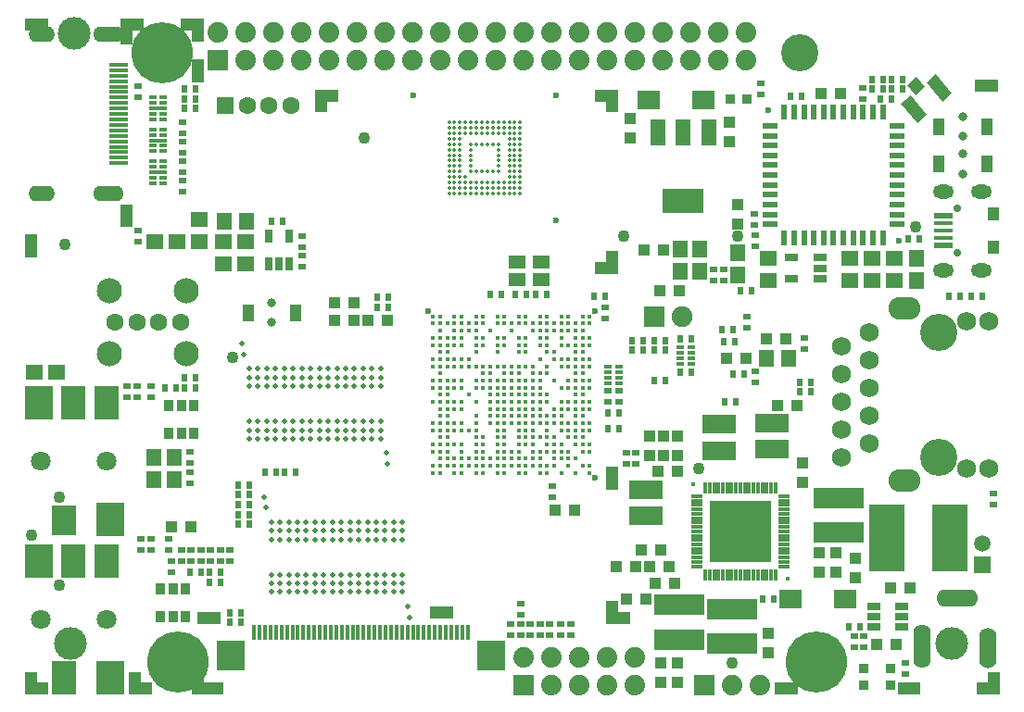
<source format=gbr>
%TF.GenerationSoftware,KiCad,Pcbnew,5.1.4-e60b266~84~ubuntu18.04.1*%
%TF.CreationDate,2025-05-23T09:22:49+03:00*%
%TF.ProjectId,A64-OlinuXino_Rev_H,4136342d-4f6c-4696-9e75-58696e6f5f52,H*%
%TF.SameCoordinates,PX5f5e100PY5f5e100*%
%TF.FileFunction,Soldermask,Top*%
%TF.FilePolarity,Negative*%
%FSLAX46Y46*%
G04 Gerber Fmt 4.6, Leading zero omitted, Abs format (unit mm)*
G04 Created by KiCad (PCBNEW 5.1.4-e60b266~84~ubuntu18.04.1) date 2025-05-23 09:22:49*
%MOMM*%
%LPD*%
G04 APERTURE LIST*
%ADD10C,0.100000*%
%ADD11O,1.901600X1.301600*%
%ADD12R,1.101600X1.201600*%
%ADD13C,0.701600*%
%ADD14R,1.751600X0.601600*%
%ADD15R,1.751600X0.426600*%
%ADD16O,2.401600X1.401600*%
%ADD17R,1.701600X0.351600*%
%ADD18O,2.801600X1.401600*%
%ADD19R,1.501600X1.301600*%
%ADD20C,3.000000*%
%ADD21C,0.600000*%
%ADD22R,1.400000X0.600000*%
%ADD23R,0.600000X1.400000*%
%ADD24R,0.601600X0.651600*%
%ADD25C,3.401600*%
%ADD26O,2.901600X2.101600*%
%ADD27C,1.751600*%
%ADD28C,0.500000*%
%ADD29R,1.001600X1.601600*%
%ADD30C,0.801600*%
%ADD31C,0.350000*%
%ADD32C,1.879600*%
%ADD33R,1.879600X1.879600*%
%ADD34R,2.601600X3.101600*%
%ADD35R,2.201600X3.101600*%
%ADD36R,2.201600X2.801600*%
%ADD37C,1.801600*%
%ADD38C,5.601600*%
%ADD39C,0.400000*%
%ADD40R,0.651600X0.601600*%
%ADD41C,1.601600*%
%ADD42C,2.301600*%
%ADD43R,1.601600X1.601600*%
%ADD44R,3.701600X2.301600*%
%ADD45R,1.320800X2.336800*%
%ADD46R,0.726600X0.426600*%
%ADD47R,0.726600X0.351600*%
%ADD48R,1.301600X0.651600*%
%ADD49R,3.301600X6.101600*%
%ADD50C,1.101600*%
%ADD51R,0.901600X0.901600*%
%ADD52R,2.501600X2.701600*%
%ADD53R,0.351600X1.401600*%
%ADD54C,0.401600*%
%ADD55R,0.301600X1.001600*%
%ADD56R,1.001600X0.301600*%
%ADD57R,5.601600X5.601600*%
%ADD58R,1.524000X1.524000*%
%ADD59R,0.501600X0.501600*%
%ADD60R,3.101600X1.701600*%
%ADD61R,4.601600X1.851600*%
%ADD62R,1.117600X1.117600*%
%ADD63R,1.625600X1.371600*%
%ADD64R,1.371600X1.625600*%
%ADD65R,2.101600X1.801600*%
%ADD66R,0.651600X1.301600*%
%ADD67R,1.501600X1.501600*%
%ADD68C,1.501600*%
%ADD69C,1.901600*%
%ADD70R,1.901600X1.901600*%
%ADD71O,3.801600X1.601600*%
%ADD72O,1.601600X3.701600*%
%ADD73O,1.601600X4.001600*%
%ADD74R,0.863600X1.117600*%
%ADD75R,0.776600X0.301600*%
%ADD76R,0.876600X0.401600*%
%ADD77C,1.151600*%
G04 APERTURE END LIST*
D10*
G36*
X89325000Y55677000D02*
G01*
X87325000Y55677000D01*
X87325000Y56677000D01*
X89325000Y56677000D01*
X89325000Y55677000D01*
G37*
X89325000Y55677000D02*
X87325000Y55677000D01*
X87325000Y56677000D01*
X89325000Y56677000D01*
X89325000Y55677000D01*
G36*
X1500000Y40500000D02*
G01*
X500000Y40499999D01*
X500000Y42500000D01*
X1500000Y42500000D01*
X1500000Y40500000D01*
G37*
X1500000Y40500000D02*
X500000Y40499999D01*
X500000Y42500000D01*
X1500000Y42500000D01*
X1500000Y40500000D01*
G36*
X1500000Y500000D02*
G01*
X500000Y499999D01*
X500000Y2500000D01*
X1500000Y2500000D01*
X1500000Y500000D01*
G37*
X1500000Y500000D02*
X500000Y499999D01*
X500000Y2500000D01*
X1500000Y2500000D01*
X1500000Y500000D01*
G36*
X18250001Y7000000D02*
G01*
X16250000Y7000000D01*
X16249999Y8000000D01*
X18250000Y8000000D01*
X18250001Y7000000D01*
G37*
X18250001Y7000000D02*
X16250000Y7000000D01*
X16249999Y8000000D01*
X18250000Y8000000D01*
X18250001Y7000000D01*
G36*
X54600000Y6999999D02*
G01*
X53600000Y7000000D01*
X53600000Y9000000D01*
X54600000Y9000000D01*
X54600000Y6999999D01*
G37*
X54600000Y6999999D02*
X53600000Y7000000D01*
X53600000Y9000000D01*
X54600000Y9000000D01*
X54600000Y6999999D01*
G36*
X54600000Y19249999D02*
G01*
X53600000Y19250000D01*
X53600000Y21250000D01*
X54600000Y21250000D01*
X54600000Y19249999D01*
G37*
X54600000Y19249999D02*
X53600000Y19250000D01*
X53600000Y21250000D01*
X54600000Y21250000D01*
X54600000Y19249999D01*
G36*
X54600000Y53749999D02*
G01*
X53600000Y53750000D01*
X53600000Y55750000D01*
X54600000Y55750000D01*
X54600000Y53749999D01*
G37*
X54600000Y53749999D02*
X53600000Y53750000D01*
X53600000Y55750000D01*
X54600000Y55750000D01*
X54600000Y53749999D01*
G36*
X54600000Y38999999D02*
G01*
X53600000Y39000000D01*
X53600000Y41000000D01*
X54600000Y41000000D01*
X54600000Y38999999D01*
G37*
X54600000Y38999999D02*
X53600000Y39000000D01*
X53600000Y41000000D01*
X54600000Y41000000D01*
X54600000Y38999999D01*
G36*
X54600000Y39000000D02*
G01*
X52600000Y39000000D01*
X52600000Y40000000D01*
X54600000Y40000000D01*
X54600000Y39000000D01*
G37*
X54600000Y39000000D02*
X52600000Y39000000D01*
X52600000Y40000000D01*
X54600000Y40000000D01*
X54600000Y39000000D01*
G36*
X39500001Y7500000D02*
G01*
X37500000Y7500000D01*
X37499999Y8500000D01*
X39500000Y8500000D01*
X39500001Y7500000D01*
G37*
X39500001Y7500000D02*
X37500000Y7500000D01*
X37499999Y8500000D01*
X39500000Y8500000D01*
X39500001Y7500000D01*
G36*
X55750000Y7000000D02*
G01*
X53749999Y7000000D01*
X53749998Y8000000D01*
X55749999Y8000000D01*
X55750000Y7000000D01*
G37*
X55750000Y7000000D02*
X53749999Y7000000D01*
X53749998Y8000000D01*
X55749999Y8000000D01*
X55750000Y7000000D01*
G36*
X16750000Y500000D02*
G01*
X15750000Y499999D01*
X15750000Y2500000D01*
X16750000Y2500000D01*
X16750000Y500000D01*
G37*
X16750000Y500000D02*
X15750000Y499999D01*
X15750000Y2500000D01*
X16750000Y2500000D01*
X16750000Y500000D01*
G36*
X18500000Y500000D02*
G01*
X16499999Y500000D01*
X16499999Y1500000D01*
X18499999Y1500000D01*
X18500000Y500000D01*
G37*
X18500000Y500000D02*
X16499999Y500000D01*
X16499999Y1500000D01*
X18499999Y1500000D01*
X18500000Y500000D01*
G36*
X29000000Y54750000D02*
G01*
X27000000Y54750000D01*
X27000000Y55750000D01*
X29000000Y55750000D01*
X29000000Y54750000D01*
G37*
X29000000Y54750000D02*
X27000000Y54750000D01*
X27000000Y55750000D01*
X29000000Y55750000D01*
X29000000Y54750000D01*
G36*
X54600000Y54750000D02*
G01*
X52600000Y54750000D01*
X52600000Y55750000D01*
X54600000Y55750000D01*
X54600000Y54750000D01*
G37*
X54600000Y54750000D02*
X52600000Y54750000D01*
X52600000Y55750000D01*
X54600000Y55750000D01*
X54600000Y54750000D01*
G36*
X28000000Y55750000D02*
G01*
X28000000Y53750000D01*
X27000000Y53750000D01*
X27000000Y55750001D01*
X28000000Y55750000D01*
G37*
X28000000Y55750000D02*
X28000000Y53750000D01*
X27000000Y53750000D01*
X27000000Y55750001D01*
X28000000Y55750000D01*
G36*
X16750000Y56500000D02*
G01*
X15750000Y56499999D01*
X15750000Y58500000D01*
X16750000Y58500000D01*
X16750000Y56500000D01*
G37*
X16750000Y56500000D02*
X15750000Y56499999D01*
X15750000Y58500000D01*
X16750000Y58500000D01*
X16750000Y56500000D01*
G36*
X16750000Y60250000D02*
G01*
X15750000Y60249999D01*
X15750000Y62250000D01*
X16750000Y62250000D01*
X16750000Y60250000D01*
G37*
X16750000Y60250000D02*
X15750000Y60249999D01*
X15750000Y62250000D01*
X16750000Y62250000D01*
X16750000Y60250000D01*
G36*
X2500000Y61250000D02*
G01*
X500000Y61250000D01*
X500000Y62250000D01*
X2500000Y62250000D01*
X2500000Y61250000D01*
G37*
X2500000Y61250000D02*
X500000Y61250000D01*
X500000Y62250000D01*
X2500000Y62250000D01*
X2500000Y61250000D01*
G36*
X2500000Y500000D02*
G01*
X499999Y500000D01*
X499999Y1500000D01*
X2499999Y1500000D01*
X2500000Y500000D01*
G37*
X2500000Y500000D02*
X499999Y500000D01*
X499999Y1500000D01*
X2499999Y1500000D01*
X2500000Y500000D01*
G36*
X89500000Y500000D02*
G01*
X88500000Y499999D01*
X88500000Y2500000D01*
X89500000Y2500000D01*
X89500000Y500000D01*
G37*
X89500000Y500000D02*
X88500000Y499999D01*
X88500000Y2500000D01*
X89500000Y2500000D01*
X89500000Y500000D01*
G36*
X89500000Y500000D02*
G01*
X87500000Y500000D01*
X87500000Y1500000D01*
X89500000Y1500000D01*
X89500000Y500000D01*
G37*
X89500000Y500000D02*
X87500000Y500000D01*
X87500000Y1500000D01*
X89500000Y1500000D01*
X89500000Y500000D01*
G36*
X82250000Y500000D02*
G01*
X80250000Y500000D01*
X80250000Y1500000D01*
X82250000Y1500000D01*
X82250000Y500000D01*
G37*
X82250000Y500000D02*
X80250000Y500000D01*
X80250000Y1500000D01*
X82250000Y1500000D01*
X82250000Y500000D01*
G36*
X71000000Y500000D02*
G01*
X69000000Y500000D01*
X69000000Y1500000D01*
X71000000Y1500000D01*
X71000000Y500000D01*
G37*
X71000000Y500000D02*
X69000000Y500000D01*
X69000000Y1500000D01*
X71000000Y1500000D01*
X71000000Y500000D01*
G36*
X16750000Y61250000D02*
G01*
X14750000Y61250000D01*
X14750000Y62250000D01*
X16750000Y62250000D01*
X16750000Y61250000D01*
G37*
X16750000Y61250000D02*
X14750000Y61250000D01*
X14750000Y62250000D01*
X16750000Y62250000D01*
X16750000Y61250000D01*
G36*
X11250000Y61250000D02*
G01*
X9249999Y61250000D01*
X9249999Y62250000D01*
X11250000Y62250000D01*
X11250000Y61250000D01*
G37*
X11250000Y61250000D02*
X9249999Y61250000D01*
X9249999Y62250000D01*
X11250000Y62250000D01*
X11250000Y61250000D01*
G36*
X12000001Y500000D02*
G01*
X10000000Y500000D01*
X10000000Y1500000D01*
X12000000Y1500000D01*
X12000001Y500000D01*
G37*
X12000001Y500000D02*
X10000000Y500000D01*
X10000000Y1500000D01*
X12000000Y1500000D01*
X12000001Y500000D01*
G36*
X11000000Y500000D02*
G01*
X10000000Y499999D01*
X10000000Y2500000D01*
X11000000Y2500000D01*
X11000000Y500000D01*
G37*
X11000000Y500000D02*
X10000000Y499999D01*
X10000000Y2500000D01*
X11000000Y2500000D01*
X11000000Y500000D01*
G36*
X10250000Y43250000D02*
G01*
X9250000Y43249999D01*
X9250000Y45250000D01*
X10250000Y45250000D01*
X10250000Y43250000D01*
G37*
X10250000Y43250000D02*
X9250000Y43249999D01*
X9250000Y45250000D01*
X10250000Y45250000D01*
X10250000Y43250000D01*
G36*
X10250000Y60000000D02*
G01*
X9250000Y59999999D01*
X9250000Y62000000D01*
X10250000Y62000000D01*
X10250000Y60000000D01*
G37*
X10250000Y60000000D02*
X9250000Y59999999D01*
X9250000Y62000000D01*
X10250000Y62000000D01*
X10250000Y60000000D01*
D11*
%TO.C,USB-OTG1*%
X87842000Y46450000D03*
X84372000Y46450000D03*
X84372000Y39250000D03*
X87842000Y39250000D03*
D12*
X88992000Y44350000D03*
X88992000Y41350000D03*
D13*
X85692000Y44850000D03*
X85692000Y40850000D03*
D14*
X84442000Y44237500D03*
D15*
X84442000Y43500000D03*
X84442000Y42850000D03*
X84442000Y42200000D03*
D14*
X84442000Y41462500D03*
%TD*%
D16*
%TO.C,HDMI1*%
X2055000Y60818000D03*
D17*
X9055000Y58018000D03*
X9055000Y57518000D03*
X9055000Y57018000D03*
X9055000Y56518000D03*
X9055000Y56018000D03*
X9055000Y55518000D03*
X9055000Y55018000D03*
X9055000Y54518000D03*
X9055000Y54018000D03*
X9055000Y53518000D03*
X9055000Y53018000D03*
X9055000Y52518000D03*
X9055000Y52018000D03*
X9055000Y51518000D03*
X9055000Y51018000D03*
X9055000Y50518000D03*
X9055000Y50018000D03*
X9055000Y49518000D03*
X9055000Y49018000D03*
D16*
X2055000Y46218000D03*
D18*
X8105000Y46218000D03*
X8105000Y60818000D03*
%TD*%
D19*
%TO.C,Q3*%
X47658000Y38367000D03*
X45458000Y39967000D03*
X45458000Y38367000D03*
X47658000Y39967000D03*
%TD*%
D20*
%TO.C,FID3*%
X85166000Y5131000D03*
%TD*%
%TO.C,FID1*%
X5029000Y60884000D03*
%TD*%
%TO.C,FID2*%
X4648000Y5131000D03*
%TD*%
D21*
%TO.C,U11*%
X68402000Y53899000D03*
D22*
X80146000Y52430000D03*
X80146000Y51530000D03*
X80146000Y50630000D03*
X80146000Y49730000D03*
X80146000Y48830000D03*
X80146000Y47930000D03*
X80146000Y47030000D03*
X80146000Y46130000D03*
X80146000Y45230000D03*
X80146000Y44330000D03*
X80146000Y43430000D03*
D23*
X78871000Y42155000D03*
X77971000Y42155000D03*
X77071000Y42155000D03*
X76171000Y42155000D03*
X75271000Y42155000D03*
X74371000Y42155000D03*
X73471000Y42155000D03*
X72571000Y42155000D03*
X71671000Y42155000D03*
X70771000Y42155000D03*
X69871000Y42155000D03*
D22*
X68596000Y43430000D03*
X68596000Y44330000D03*
X68596000Y45230000D03*
X68596000Y46130000D03*
X68596000Y47030000D03*
X68596000Y47930000D03*
X68596000Y48830000D03*
X68596000Y49730000D03*
X68596000Y50630000D03*
X68596000Y51530000D03*
X68596000Y52430000D03*
D23*
X69871000Y53705000D03*
X70771000Y53705000D03*
X71671000Y53705000D03*
X72571000Y53705000D03*
X73471000Y53705000D03*
X74371000Y53705000D03*
X75271000Y53705000D03*
X76171000Y53705000D03*
X77071000Y53705000D03*
X77971000Y53705000D03*
X78871000Y53705000D03*
D21*
X80340000Y41961000D03*
%TD*%
D24*
%TO.C,C106*%
X79705000Y54915000D03*
X78689000Y54915000D03*
%TD*%
%TO.C,L10*%
X78943000Y55804000D03*
X77927000Y55804000D03*
%TD*%
D25*
%TO.C,LAN1*%
X84023000Y22149000D03*
X84023000Y33579000D03*
D26*
X80823000Y19964000D03*
X80823000Y35764000D03*
D27*
X88595000Y21133000D03*
X86563000Y21133000D03*
X88595000Y34595000D03*
X86563000Y34595000D03*
X75133000Y22149000D03*
X77673000Y23419000D03*
X75133000Y24689000D03*
X77673000Y25959000D03*
X75133000Y27229000D03*
X77673000Y28499000D03*
X75133000Y29769000D03*
X77673000Y31039000D03*
X75133000Y32309000D03*
X77673000Y33579000D03*
%TD*%
D28*
%TO.C,U2*%
X23000000Y9800000D03*
X23000000Y10600000D03*
X23000000Y11400000D03*
X23000000Y14600000D03*
X23000000Y15400000D03*
X23000000Y16200000D03*
X23800000Y9800000D03*
X23800000Y10600000D03*
X23800000Y11400000D03*
X23800000Y14600000D03*
X23800000Y15400000D03*
X23800000Y16200000D03*
X24600000Y9800000D03*
X24600000Y10600000D03*
X24600000Y11400000D03*
X24600000Y14600000D03*
X24600000Y15400000D03*
X24600000Y16200000D03*
X25400000Y9800000D03*
X25400000Y10600000D03*
X25400000Y11400000D03*
X25400000Y14600000D03*
X25400000Y15400000D03*
X25400000Y16200000D03*
X26200000Y9800000D03*
X26200000Y10600000D03*
X26200000Y11400000D03*
X26200000Y14600000D03*
X26200000Y15400000D03*
X26200000Y16200000D03*
X27000000Y9800000D03*
X27000000Y10600000D03*
X27000000Y11400000D03*
X27000000Y14600000D03*
X27000000Y15400000D03*
X27000000Y16200000D03*
X27800000Y9800000D03*
X27800000Y10600000D03*
X27800000Y11400000D03*
X27800000Y14600000D03*
X27800000Y15400000D03*
X27800000Y16200000D03*
X28600000Y9800000D03*
X28600000Y10600000D03*
X28600000Y11400000D03*
X28600000Y14600000D03*
X28600000Y15400000D03*
X28600000Y16200000D03*
X29400000Y9800000D03*
X29400000Y10600000D03*
X29400000Y11400000D03*
X29400000Y14600000D03*
X29400000Y15400000D03*
X29400000Y16200000D03*
X30200000Y9800000D03*
X30200000Y10600000D03*
X30200000Y11400000D03*
X30200000Y14600000D03*
X30200000Y15400000D03*
X30200000Y16200000D03*
X35650000Y7500000D03*
X22350000Y18500000D03*
X35500000Y8500000D03*
X22500000Y17500000D03*
X31000000Y9800000D03*
X31000000Y10600000D03*
X31000000Y11400000D03*
X31000000Y14600000D03*
X31000000Y15400000D03*
X31000000Y16200000D03*
X31800000Y9800000D03*
X31800000Y10600000D03*
X31800000Y11400000D03*
X31800000Y14600000D03*
X31800000Y15400000D03*
X31800000Y16200000D03*
X32600000Y9800000D03*
X32600000Y10600000D03*
X32600000Y11400000D03*
X32600000Y14600000D03*
X32600000Y15400000D03*
X32600000Y16200000D03*
X33400000Y9800000D03*
X33400000Y10600000D03*
X33400000Y11400000D03*
X33400000Y14600000D03*
X33400000Y15400000D03*
X33400000Y16200000D03*
X34200000Y9800000D03*
X34200000Y10600000D03*
X34200000Y11400000D03*
X34200000Y14600000D03*
X34200000Y15400000D03*
X34200000Y16200000D03*
X35000000Y9800000D03*
X35000000Y10600000D03*
X35000000Y11400000D03*
X35000000Y14600000D03*
X35000000Y15400000D03*
X35000000Y16200000D03*
%TD*%
%TO.C,U3*%
X21000000Y23800000D03*
X21000000Y24600000D03*
X21000000Y25400000D03*
X21000000Y28600000D03*
X21000000Y29400000D03*
X21000000Y30200000D03*
X21800000Y23800000D03*
X21800000Y24600000D03*
X21800000Y25400000D03*
X21800000Y28600000D03*
X21800000Y29400000D03*
X21800000Y30200000D03*
X22600000Y23800000D03*
X22600000Y24600000D03*
X22600000Y25400000D03*
X22600000Y28600000D03*
X22600000Y29400000D03*
X22600000Y30200000D03*
X23400000Y23800000D03*
X23400000Y24600000D03*
X23400000Y25400000D03*
X23400000Y28600000D03*
X23400000Y29400000D03*
X23400000Y30200000D03*
X24200000Y23800000D03*
X24200000Y24600000D03*
X24200000Y25400000D03*
X24200000Y28600000D03*
X24200000Y29400000D03*
X24200000Y30200000D03*
X25000000Y23800000D03*
X25000000Y24600000D03*
X25000000Y25400000D03*
X25000000Y28600000D03*
X25000000Y29400000D03*
X25000000Y30200000D03*
X25800000Y23800000D03*
X25800000Y24600000D03*
X25800000Y25400000D03*
X25800000Y28600000D03*
X25800000Y29400000D03*
X25800000Y30200000D03*
X26600000Y23800000D03*
X26600000Y24600000D03*
X26600000Y25400000D03*
X26600000Y28600000D03*
X26600000Y29400000D03*
X26600000Y30200000D03*
X27400000Y23800000D03*
X27400000Y24600000D03*
X27400000Y25400000D03*
X27400000Y28600000D03*
X27400000Y29400000D03*
X27400000Y30200000D03*
X28200000Y23800000D03*
X28200000Y24600000D03*
X28200000Y25400000D03*
X28200000Y28600000D03*
X28200000Y29400000D03*
X28200000Y30200000D03*
X33650000Y21500000D03*
X20350000Y32500000D03*
X33500000Y22500000D03*
X20500000Y31500000D03*
X29000000Y23800000D03*
X29000000Y24600000D03*
X29000000Y25400000D03*
X29000000Y28600000D03*
X29000000Y29400000D03*
X29000000Y30200000D03*
X29800000Y23800000D03*
X29800000Y24600000D03*
X29800000Y25400000D03*
X29800000Y28600000D03*
X29800000Y29400000D03*
X29800000Y30200000D03*
X30600000Y23800000D03*
X30600000Y24600000D03*
X30600000Y25400000D03*
X30600000Y28600000D03*
X30600000Y29400000D03*
X30600000Y30200000D03*
X31400000Y23800000D03*
X31400000Y24600000D03*
X31400000Y25400000D03*
X31400000Y28600000D03*
X31400000Y29400000D03*
X31400000Y30200000D03*
X32200000Y23800000D03*
X32200000Y24600000D03*
X32200000Y25400000D03*
X32200000Y28600000D03*
X32200000Y29400000D03*
X32200000Y30200000D03*
X33000000Y23800000D03*
X33000000Y24600000D03*
X33000000Y25400000D03*
X33000000Y28600000D03*
X33000000Y29400000D03*
X33000000Y30200000D03*
%TD*%
D29*
%TO.C,UBOOT1*%
X20886000Y35357000D03*
X25240000Y35357000D03*
D30*
X23063000Y36257000D03*
X23063000Y34457000D03*
%TD*%
%TO.C,RESET1*%
X86182000Y53275000D03*
X86182000Y51475000D03*
D29*
X84005000Y52375000D03*
X88359000Y52375000D03*
%TD*%
D30*
%TO.C,PWRON1*%
X86182000Y49846000D03*
X86182000Y48046000D03*
D29*
X84005000Y48946000D03*
X88359000Y48946000D03*
%TD*%
D21*
%TO.C,U5*%
X49000000Y43750000D03*
X49000000Y55250000D03*
X36000000Y55250000D03*
D31*
X44750000Y46250000D03*
X44750000Y46750000D03*
X44750000Y47250000D03*
X44750000Y47750000D03*
X44750000Y48250000D03*
X44750000Y48750000D03*
X44750000Y49250000D03*
X44750000Y49750000D03*
X44750000Y50250000D03*
X44750000Y50750000D03*
X44750000Y51250000D03*
X44750000Y52750000D03*
X44750000Y52250000D03*
X44750000Y51750000D03*
X45250000Y51750000D03*
X45250000Y52250000D03*
X45250000Y52750000D03*
X45250000Y51250000D03*
X45250000Y50750000D03*
X45250000Y50250000D03*
X45250000Y49750000D03*
X45250000Y49250000D03*
X45250000Y48750000D03*
X45250000Y48250000D03*
X45250000Y47750000D03*
X45250000Y47250000D03*
X45250000Y46750000D03*
X45250000Y46250000D03*
X45750000Y46250000D03*
X45750000Y46750000D03*
X45750000Y47250000D03*
X45750000Y47750000D03*
X45750000Y48250000D03*
X45750000Y48750000D03*
X45750000Y49250000D03*
X45750000Y49750000D03*
X45750000Y50250000D03*
X45750000Y50750000D03*
X45750000Y51250000D03*
X45750000Y52750000D03*
X45750000Y52250000D03*
X45750000Y51750000D03*
X44250000Y51750000D03*
X44250000Y52250000D03*
X44250000Y52750000D03*
X44250000Y47250000D03*
X44250000Y46750000D03*
X44250000Y46250000D03*
X43750000Y51750000D03*
X43750000Y52250000D03*
X43750000Y52750000D03*
X43750000Y50750000D03*
X43750000Y50250000D03*
X43750000Y49750000D03*
X43750000Y49250000D03*
X43750000Y48750000D03*
X43750000Y48250000D03*
X43750000Y47250000D03*
X43750000Y46750000D03*
X43750000Y46250000D03*
X42750000Y46250000D03*
X42750000Y46750000D03*
X42750000Y47250000D03*
X42750000Y48250000D03*
X42750000Y50750000D03*
X42750000Y52750000D03*
X42750000Y52250000D03*
X42750000Y51750000D03*
X43250000Y51750000D03*
X43250000Y52250000D03*
X43250000Y52750000D03*
X43250000Y50750000D03*
X43250000Y48250000D03*
X43250000Y47250000D03*
X43250000Y46750000D03*
X43250000Y46250000D03*
X42250000Y46250000D03*
X42250000Y46750000D03*
X42250000Y47250000D03*
X42250000Y48250000D03*
X42250000Y50750000D03*
X42250000Y52750000D03*
X42250000Y52250000D03*
X42250000Y51750000D03*
X41750000Y51750000D03*
X41750000Y52250000D03*
X41750000Y52750000D03*
X41750000Y50750000D03*
X41750000Y48250000D03*
X41750000Y47250000D03*
X41750000Y46750000D03*
X41750000Y46250000D03*
X41250000Y46250000D03*
X41250000Y46750000D03*
X41250000Y47250000D03*
X41250000Y48250000D03*
X41250000Y48750000D03*
X41250000Y49250000D03*
X41250000Y49750000D03*
X41250000Y50250000D03*
X41250000Y50750000D03*
X41250000Y52750000D03*
X41250000Y52250000D03*
X41250000Y51750000D03*
X40750000Y46250000D03*
X40750000Y46750000D03*
X40750000Y47250000D03*
X40750000Y47750000D03*
X40750000Y52750000D03*
X40750000Y52250000D03*
X40750000Y51750000D03*
X40250000Y51750000D03*
X40250000Y52250000D03*
X40250000Y52750000D03*
X40250000Y51250000D03*
X40250000Y50750000D03*
X40250000Y50250000D03*
X40250000Y49750000D03*
X40250000Y49250000D03*
X40250000Y48750000D03*
X40250000Y48250000D03*
X40250000Y47750000D03*
X40250000Y47250000D03*
X40250000Y46750000D03*
X40250000Y46250000D03*
X39750000Y46250000D03*
X39750000Y46750000D03*
X39750000Y47250000D03*
X39750000Y47750000D03*
X39750000Y48250000D03*
X39750000Y48750000D03*
X39750000Y49250000D03*
X39750000Y49750000D03*
X39750000Y50250000D03*
X39750000Y50750000D03*
X39750000Y51250000D03*
X39750000Y52750000D03*
X39750000Y52250000D03*
X39750000Y51750000D03*
X39250000Y51750000D03*
X39250000Y52250000D03*
X39250000Y52750000D03*
X39250000Y51250000D03*
X39250000Y50750000D03*
X39250000Y50250000D03*
X39250000Y49750000D03*
X39250000Y49250000D03*
X39250000Y48750000D03*
X39250000Y48250000D03*
X39250000Y47750000D03*
X39250000Y47250000D03*
X39250000Y46750000D03*
X39250000Y46250000D03*
%TD*%
D32*
%TO.C,UEXT1*%
X48590000Y3861000D03*
X48590000Y1321000D03*
X46050000Y3861000D03*
D33*
X46050000Y1321000D03*
D32*
X51130000Y1321000D03*
X51130000Y3861000D03*
X53670000Y3861000D03*
X53670000Y1321000D03*
X56210000Y1321000D03*
X56210000Y3861000D03*
%TD*%
D34*
%TO.C,HEADPHONES/LINEOUT1*%
X1781000Y27068000D03*
X8281000Y16468000D03*
D35*
X7981000Y27068000D03*
D36*
X4081000Y16318000D03*
D35*
X4881000Y27068000D03*
D37*
X1981000Y21768000D03*
X7981000Y21768000D03*
%TD*%
D38*
%TO.C,Mounting_hole2*%
X14500000Y3400000D03*
%TD*%
D21*
%TO.C,U1*%
X52550000Y35450000D03*
D39*
X52100000Y35000000D03*
X44950000Y27850000D03*
X44300000Y27850000D03*
X43650000Y27850000D03*
X41700000Y27200000D03*
X44950000Y25250000D03*
X43650000Y25250000D03*
X46900000Y23950000D03*
X48200000Y23300000D03*
X48200000Y21350000D03*
X46900000Y23300000D03*
X46250000Y24600000D03*
X46900000Y24600000D03*
X48200000Y24600000D03*
X46250000Y25250000D03*
X46900000Y25250000D03*
X47550000Y25250000D03*
X48200000Y25250000D03*
X48850000Y25250000D03*
X43650000Y25900000D03*
X44300000Y25900000D03*
X44950000Y25900000D03*
X45600000Y25900000D03*
X46250000Y25900000D03*
X46900000Y25900000D03*
X47550000Y25900000D03*
X43000000Y25900000D03*
X48200000Y25900000D03*
X46900000Y26550000D03*
X46250000Y26550000D03*
X45600000Y26550000D03*
X44950000Y26550000D03*
X44300000Y26550000D03*
X43650000Y26550000D03*
X43000000Y26550000D03*
X47550000Y26550000D03*
X43000000Y27200000D03*
X43650000Y27200000D03*
X44300000Y27200000D03*
X44950000Y27200000D03*
X45600000Y27200000D03*
X46250000Y27200000D03*
X47550000Y27200000D03*
X45600000Y27850000D03*
X46250000Y27850000D03*
X45600000Y28500000D03*
X46250000Y28500000D03*
X46900000Y27200000D03*
X46900000Y27850000D03*
X47550000Y27850000D03*
X47550000Y28500000D03*
X48200000Y27200000D03*
X48200000Y27850000D03*
X48850000Y29150000D03*
X43650000Y28500000D03*
X42350000Y28500000D03*
X43000000Y29150000D03*
X46900000Y29800000D03*
X45600000Y29800000D03*
X44950000Y29800000D03*
X44300000Y29800000D03*
X43000000Y29800000D03*
X45600000Y22650000D03*
X44950000Y22000000D03*
X44300000Y23300000D03*
X44300000Y22650000D03*
X42350000Y22650000D03*
X41700000Y23950000D03*
X39750000Y24600000D03*
X39100000Y24600000D03*
X39100000Y22000000D03*
X37800000Y35000000D03*
X37800000Y20700000D03*
X51450000Y35000000D03*
X50150000Y35000000D03*
X49500000Y35000000D03*
X48200000Y35000000D03*
X47550000Y35000000D03*
X46250000Y35000000D03*
X45600000Y35000000D03*
X44300000Y35000000D03*
X43650000Y35000000D03*
X42350000Y35000000D03*
X41700000Y35000000D03*
X40400000Y35000000D03*
X39750000Y35000000D03*
X38450000Y35000000D03*
X37800000Y34350000D03*
X38450000Y34350000D03*
X39100000Y34350000D03*
X39750000Y34350000D03*
X40400000Y34350000D03*
X41050000Y34350000D03*
X41700000Y34350000D03*
X42350000Y34350000D03*
X43650000Y34350000D03*
X44300000Y34350000D03*
X44950000Y34350000D03*
X45600000Y34350000D03*
X46250000Y34350000D03*
X46900000Y34350000D03*
X47550000Y34350000D03*
X48200000Y34350000D03*
X48850000Y34350000D03*
X49500000Y34350000D03*
X50150000Y34350000D03*
X50800000Y34350000D03*
X51450000Y34350000D03*
X52100000Y34350000D03*
X51450000Y33700000D03*
X50800000Y33700000D03*
X50150000Y33700000D03*
X49500000Y33700000D03*
X48850000Y33700000D03*
X48200000Y33700000D03*
X47550000Y33700000D03*
X46900000Y33700000D03*
X44950000Y33700000D03*
X43000000Y33700000D03*
X41700000Y33700000D03*
X41050000Y33700000D03*
X40400000Y33700000D03*
X39750000Y33700000D03*
X38450000Y33700000D03*
X37800000Y33050000D03*
X38450000Y33050000D03*
X39100000Y33050000D03*
X39750000Y33050000D03*
X40400000Y33050000D03*
X41700000Y33050000D03*
X42350000Y33050000D03*
X43650000Y33050000D03*
X44300000Y33050000D03*
X45600000Y33050000D03*
X46250000Y33050000D03*
X47550000Y33050000D03*
X48200000Y33050000D03*
X49500000Y33050000D03*
X50800000Y33050000D03*
X51450000Y33050000D03*
X52100000Y33050000D03*
X52100000Y32400000D03*
X51450000Y32400000D03*
X50800000Y32400000D03*
X50150000Y32400000D03*
X49500000Y32400000D03*
X48200000Y32400000D03*
X47550000Y32400000D03*
X46250000Y32400000D03*
X45600000Y32400000D03*
X44300000Y32400000D03*
X43650000Y32400000D03*
X42350000Y32400000D03*
X41700000Y32400000D03*
X40400000Y32400000D03*
X39750000Y32400000D03*
X39100000Y32400000D03*
X38450000Y32400000D03*
X37800000Y32400000D03*
X38450000Y20700000D03*
X39750000Y20700000D03*
X40400000Y20700000D03*
X41700000Y20700000D03*
X42350000Y20700000D03*
X43650000Y20700000D03*
X44300000Y20700000D03*
X45600000Y20700000D03*
X46250000Y20700000D03*
X47550000Y20700000D03*
X48200000Y20700000D03*
X49500000Y20700000D03*
X50800000Y20700000D03*
X52100000Y20700000D03*
X37800000Y21350000D03*
X38450000Y21350000D03*
X39100000Y21350000D03*
X39750000Y21350000D03*
X40400000Y21350000D03*
X41050000Y21350000D03*
X41700000Y21350000D03*
X42350000Y21350000D03*
X43000000Y21350000D03*
X43650000Y21350000D03*
X44300000Y21350000D03*
X44950000Y21350000D03*
X45600000Y21350000D03*
X46250000Y21350000D03*
X46900000Y21350000D03*
X47550000Y21350000D03*
X48850000Y21350000D03*
X50150000Y21350000D03*
X51450000Y21350000D03*
X52100000Y21350000D03*
X38450000Y22000000D03*
X39750000Y22000000D03*
X40400000Y22000000D03*
X41050000Y22000000D03*
X41700000Y22000000D03*
X42350000Y22000000D03*
X43000000Y22000000D03*
X43650000Y22000000D03*
X44300000Y22000000D03*
X45600000Y22000000D03*
X46250000Y22000000D03*
X46900000Y22000000D03*
X47550000Y22000000D03*
X48850000Y22000000D03*
X49500000Y22000000D03*
X50150000Y22000000D03*
X50800000Y22000000D03*
X37800000Y22650000D03*
X38450000Y22650000D03*
X39100000Y22650000D03*
X40400000Y22650000D03*
X41700000Y22650000D03*
X43650000Y22650000D03*
X44950000Y22650000D03*
X46900000Y22650000D03*
X47550000Y22650000D03*
X48200000Y22650000D03*
X48850000Y22650000D03*
X49500000Y22650000D03*
X50150000Y22650000D03*
X51450000Y22650000D03*
X52100000Y22650000D03*
X37800000Y23300000D03*
X38450000Y23300000D03*
X39100000Y23300000D03*
X39750000Y23300000D03*
X40400000Y23300000D03*
X41700000Y23300000D03*
X42350000Y23300000D03*
X43650000Y23300000D03*
X45600000Y23300000D03*
X46250000Y23300000D03*
X48850000Y23300000D03*
X49500000Y23300000D03*
X50800000Y23300000D03*
X51450000Y23300000D03*
X52100000Y23300000D03*
X38450000Y23950000D03*
X39100000Y23950000D03*
X42350000Y23950000D03*
X43650000Y23950000D03*
X44300000Y23950000D03*
X45600000Y23950000D03*
X46250000Y23950000D03*
X47550000Y23950000D03*
X48200000Y23950000D03*
X48850000Y23950000D03*
X50150000Y23950000D03*
X50800000Y23950000D03*
X51450000Y23950000D03*
X37800000Y24600000D03*
X38450000Y24600000D03*
X40400000Y24600000D03*
X41050000Y24600000D03*
X41700000Y24600000D03*
X43650000Y24600000D03*
X44300000Y24600000D03*
X45600000Y24600000D03*
X49500000Y24600000D03*
X50150000Y24600000D03*
X50800000Y24600000D03*
X51450000Y24600000D03*
X52100000Y24600000D03*
X37800000Y25250000D03*
X38450000Y25250000D03*
X39100000Y25250000D03*
X39750000Y25250000D03*
X40400000Y25250000D03*
X41700000Y25250000D03*
X43000000Y25250000D03*
X44300000Y25250000D03*
X45600000Y25250000D03*
X49500000Y25250000D03*
X50150000Y25250000D03*
X50800000Y25250000D03*
X51450000Y25250000D03*
X52100000Y25250000D03*
X38450000Y25900000D03*
X39100000Y25900000D03*
X41700000Y25900000D03*
X48850000Y25900000D03*
X49500000Y25900000D03*
X50800000Y25900000D03*
X51450000Y25900000D03*
X38450000Y26550000D03*
X39100000Y26550000D03*
X39750000Y26550000D03*
X40400000Y26550000D03*
X48850000Y26550000D03*
X49500000Y26550000D03*
X50150000Y26550000D03*
X50800000Y26550000D03*
X51450000Y26550000D03*
X52100000Y26550000D03*
X37800000Y27200000D03*
X38450000Y27200000D03*
X39100000Y27200000D03*
X39750000Y27200000D03*
X40400000Y27200000D03*
X49500000Y27200000D03*
X50150000Y27200000D03*
X50800000Y27200000D03*
X51450000Y27200000D03*
X52100000Y27200000D03*
X38450000Y27850000D03*
X39100000Y27850000D03*
X41050000Y27850000D03*
X43000000Y27850000D03*
X50800000Y27850000D03*
X51450000Y27850000D03*
X37800000Y28500000D03*
X38450000Y28500000D03*
X39100000Y28500000D03*
X39750000Y28500000D03*
X40400000Y28500000D03*
X41700000Y28500000D03*
X43000000Y28500000D03*
X44300000Y28500000D03*
X44950000Y28500000D03*
X46900000Y28500000D03*
X49500000Y28500000D03*
X50150000Y28500000D03*
X50800000Y28500000D03*
X51450000Y28500000D03*
X52100000Y28500000D03*
X37800000Y29150000D03*
X38450000Y29150000D03*
X39100000Y29150000D03*
X39750000Y29150000D03*
X40400000Y29150000D03*
X41700000Y29150000D03*
X42350000Y29150000D03*
X43650000Y29150000D03*
X44300000Y29150000D03*
X44950000Y29150000D03*
X45600000Y29150000D03*
X46250000Y29150000D03*
X46900000Y29150000D03*
X47550000Y29150000D03*
X50150000Y29150000D03*
X50800000Y29150000D03*
X51450000Y29150000D03*
X52100000Y29150000D03*
X38450000Y29800000D03*
X42350000Y29800000D03*
X47550000Y29800000D03*
X48200000Y29800000D03*
X50800000Y29800000D03*
X51450000Y29800000D03*
X37800000Y30450000D03*
X38450000Y30450000D03*
X39100000Y30450000D03*
X39750000Y30450000D03*
X40400000Y30450000D03*
X41050000Y30450000D03*
X41700000Y30450000D03*
X42350000Y30450000D03*
X43000000Y30450000D03*
X43650000Y30450000D03*
X44300000Y30450000D03*
X44950000Y30450000D03*
X45600000Y30450000D03*
X46250000Y30450000D03*
X46900000Y30450000D03*
X48200000Y30450000D03*
X49500000Y30450000D03*
X50150000Y30450000D03*
X50800000Y30450000D03*
X51450000Y30450000D03*
X52100000Y30450000D03*
X37800000Y31100000D03*
X38450000Y31100000D03*
X39100000Y31100000D03*
X39750000Y31100000D03*
X40400000Y31100000D03*
X41050000Y31100000D03*
X47550000Y31100000D03*
X48850000Y31100000D03*
X49500000Y31100000D03*
X50150000Y31100000D03*
X50800000Y31100000D03*
X51450000Y31100000D03*
X52100000Y31100000D03*
X38450000Y31750000D03*
X39100000Y31750000D03*
X41700000Y31750000D03*
X43650000Y31750000D03*
X45600000Y31750000D03*
X46250000Y31750000D03*
X48200000Y31750000D03*
X48850000Y31750000D03*
X50800000Y31750000D03*
X51450000Y31750000D03*
D21*
X52550000Y20250000D03*
X37350000Y35450000D03*
%TD*%
D38*
%TO.C,Mounting_hole3*%
X13000000Y59100000D03*
%TD*%
%TO.C,Mounting_hole1*%
X72800000Y3400000D03*
%TD*%
D40*
%TO.C,R73*%
X45796000Y7734500D03*
X45796000Y8750500D03*
%TD*%
%TO.C,R124*%
X45796000Y6909000D03*
X45796000Y5893000D03*
%TD*%
%TO.C,R123*%
X47574000Y6909000D03*
X47574000Y5893000D03*
%TD*%
%TO.C,R122*%
X46685000Y5893000D03*
X46685000Y6909000D03*
%TD*%
D41*
%TO.C,USB1*%
X14712000Y34468000D03*
X12712000Y34468000D03*
X10712000Y34468000D03*
X8712000Y34468000D03*
D42*
X8212000Y31618000D03*
X8212000Y37318000D03*
X15212000Y31618000D03*
X15212000Y37318000D03*
%TD*%
D41*
%TO.C,HSIC1*%
X24793000Y54280000D03*
X22793000Y54280000D03*
X20793000Y54280000D03*
D43*
X18793000Y54280000D03*
%TD*%
D44*
%TO.C,VR1*%
X60655000Y45593000D03*
D45*
X58343600Y51790800D03*
X60655000Y51790800D03*
X62966400Y51790800D03*
%TD*%
D46*
%TO.C,RM1*%
X53729000Y30432000D03*
X54754000Y30432000D03*
D47*
X53729000Y29892000D03*
X54754000Y29892000D03*
X53729000Y29392000D03*
X54754000Y29392000D03*
D46*
X53729000Y28852000D03*
X54754000Y28852000D03*
%TD*%
%TO.C,RM8*%
X61421500Y30630000D03*
X60396500Y30630000D03*
D47*
X61421500Y31170000D03*
X60396500Y31170000D03*
X61421500Y31670000D03*
X60396500Y31670000D03*
D46*
X61421500Y32210000D03*
X60396500Y32210000D03*
%TD*%
D48*
%TO.C,U13*%
X78023900Y8494000D03*
X78023900Y7544000D03*
X78023900Y6594000D03*
X80624100Y6594000D03*
X80624100Y7544000D03*
X80624100Y8494000D03*
%TD*%
D49*
%TO.C,L16*%
X79218000Y14783000D03*
X85018000Y14783000D03*
%TD*%
D24*
%TO.C,R117*%
X57988000Y29134000D03*
X59004000Y29134000D03*
%TD*%
D50*
%TO.C,MICRO_SD1*%
X3682800Y18466000D03*
X3682800Y10465000D03*
%TD*%
D51*
%TO.C,CHGLED1*%
X77165000Y1321000D03*
X77165000Y2845000D03*
%TD*%
%TO.C,PWRLED1*%
X79578000Y1321000D03*
X79578000Y2845000D03*
%TD*%
D34*
%TO.C,MIC/LINEIN1*%
X1781000Y12590000D03*
X8281000Y1990000D03*
D35*
X7981000Y12590000D03*
X4081000Y1990000D03*
X4881000Y12590000D03*
D37*
X1981000Y7290000D03*
X7981000Y7290000D03*
%TD*%
D52*
%TO.C,LCD_CON1*%
X19291000Y4030000D03*
X43091000Y4030000D03*
D53*
X21441000Y6130000D03*
X21941000Y6130000D03*
X22441000Y6130000D03*
X22941000Y6130000D03*
X23441000Y6130000D03*
X23941000Y6130000D03*
X24441000Y6130000D03*
X24941000Y6130000D03*
X25441000Y6130000D03*
X25941000Y6130000D03*
X26441000Y6130000D03*
X26941000Y6130000D03*
X27441000Y6130000D03*
X27941000Y6130000D03*
X28441000Y6130000D03*
X28941000Y6130000D03*
X29441000Y6130000D03*
X29941000Y6130000D03*
X30441000Y6130000D03*
X30941000Y6130000D03*
X31441000Y6130000D03*
X31941000Y6130000D03*
X32441000Y6130000D03*
X32941000Y6130000D03*
X33441000Y6130000D03*
X33941000Y6130000D03*
X34441000Y6130000D03*
X34941000Y6130000D03*
X35441000Y6130000D03*
X35941000Y6130000D03*
X36441000Y6130000D03*
X36941000Y6130000D03*
X37441000Y6130000D03*
X37941000Y6130000D03*
X38441000Y6130000D03*
X38941000Y6130000D03*
X39441000Y6130000D03*
X39941000Y6130000D03*
X40441000Y6130000D03*
X40941000Y6130000D03*
%TD*%
D54*
%TO.C,U14*%
X61544000Y19672500D03*
D55*
X69062000Y19354500D03*
X68662000Y19354500D03*
X68262000Y19354500D03*
X67862000Y19354500D03*
X67462000Y19354500D03*
X67062000Y19354500D03*
X66662000Y19354500D03*
X66262000Y19354500D03*
X65862000Y19354500D03*
X65462000Y19354500D03*
X65062000Y19354500D03*
X64662000Y19354500D03*
X64262000Y19354500D03*
X63862000Y19354500D03*
X63462000Y19354500D03*
X63062000Y19354500D03*
X62662000Y19354500D03*
D56*
X61862000Y18554500D03*
X61862000Y18154500D03*
X61862000Y17754500D03*
X61862000Y17354500D03*
X61862000Y16954500D03*
X61862000Y16554500D03*
X61862000Y16154500D03*
X61862000Y15754500D03*
X61862000Y15354500D03*
X61862000Y14954500D03*
X61862000Y14554500D03*
X61862000Y14154500D03*
X61862000Y13754500D03*
X61862000Y13354500D03*
X61862000Y12954500D03*
X61862000Y12554500D03*
X61862000Y12154500D03*
D55*
X62662000Y11354500D03*
X63062000Y11354500D03*
X63462000Y11354500D03*
X63862000Y11354500D03*
X64262000Y11354500D03*
X64662000Y11354500D03*
X65062000Y11354500D03*
X65462000Y11354500D03*
X65862000Y11354500D03*
X66262000Y11354500D03*
X66662000Y11354500D03*
X67062000Y11354500D03*
X67462000Y11354500D03*
X67862000Y11354500D03*
X68262000Y11354500D03*
X68662000Y11354500D03*
X69062000Y11354500D03*
D56*
X69862000Y12154500D03*
X69862000Y12554500D03*
X69862000Y12954500D03*
X69862000Y13354500D03*
X69862000Y13754500D03*
X69862000Y14154500D03*
X69862000Y14554500D03*
X69862000Y14954500D03*
X69862000Y15354500D03*
X69862000Y15754500D03*
X69862000Y16154500D03*
X69862000Y16554500D03*
X69862000Y16954500D03*
X69862000Y17354500D03*
X69862000Y17754500D03*
X69862000Y18154500D03*
X69862000Y18554500D03*
D57*
X65862000Y15354500D03*
D58*
X65862000Y15354500D03*
D59*
X68062000Y16154500D03*
X67362000Y16154500D03*
X66662000Y16154500D03*
X66662000Y16854500D03*
X66662000Y17554500D03*
X65062000Y17554500D03*
X65062000Y16854500D03*
X65062000Y16154500D03*
X64362000Y16154500D03*
X63662000Y16154500D03*
X63662000Y14554500D03*
X64362000Y14554500D03*
X65062000Y14554500D03*
X65062000Y13854500D03*
X65062000Y13154500D03*
X66662000Y13154500D03*
X66662000Y13854500D03*
X66662000Y14554500D03*
X67362000Y14554500D03*
X68062000Y14554500D03*
D54*
X70180000Y11036500D03*
%TD*%
D60*
%TO.C,L19*%
X68783000Y25254000D03*
X68783000Y22854000D03*
%TD*%
%TO.C,L20*%
X63957000Y25127000D03*
X63957000Y22727000D03*
%TD*%
%TO.C,L14*%
X57226000Y19158000D03*
X57226000Y16758000D03*
%TD*%
D61*
%TO.C,L17*%
X60274000Y5436000D03*
X60274000Y8636000D03*
%TD*%
%TO.C,L15*%
X65100000Y5055000D03*
X65100000Y8255000D03*
%TD*%
%TO.C,L18*%
X74879000Y18415000D03*
X74879000Y15215000D03*
%TD*%
D24*
%TO.C,C187*%
X43002000Y37008000D03*
X44018000Y37008000D03*
%TD*%
D62*
%TO.C,C91*%
X65608000Y43485000D03*
X65608000Y45263000D03*
%TD*%
D24*
%TO.C,C32*%
X19992000Y18700000D03*
X21008000Y18700000D03*
%TD*%
%TO.C,C33*%
X21008000Y16000000D03*
X19992000Y16000000D03*
%TD*%
D62*
%TO.C,C47*%
X28778000Y36246000D03*
X30556000Y36246000D03*
%TD*%
D40*
%TO.C,C48*%
X14808000Y12624000D03*
X14808000Y13640000D03*
%TD*%
D62*
%TO.C,C49*%
X30556000Y34658500D03*
X28778000Y34658500D03*
%TD*%
D40*
%TO.C,C52*%
X16586000Y13640000D03*
X16586000Y12624000D03*
%TD*%
D62*
%TO.C,C57*%
X13919000Y15799000D03*
X15697000Y15799000D03*
%TD*%
D40*
%TO.C,C58*%
X11125000Y14656000D03*
X11125000Y13640000D03*
%TD*%
%TO.C,C60*%
X17475000Y13640000D03*
X17475000Y12624000D03*
%TD*%
%TO.C,C62*%
X19253000Y13640000D03*
X19253000Y12624000D03*
%TD*%
D62*
%TO.C,C63*%
X31826000Y34658500D03*
X33604000Y34658500D03*
%TD*%
D40*
%TO.C,C65*%
X15570000Y20752000D03*
X15570000Y19736000D03*
%TD*%
D24*
%TO.C,C66*%
X14300000Y28499000D03*
X13284000Y28499000D03*
%TD*%
%TO.C,C67*%
X81229000Y42088000D03*
X82245000Y42088000D03*
%TD*%
D63*
%TO.C,C68*%
X75895000Y38278000D03*
X75895000Y40310000D03*
%TD*%
%TO.C,C69*%
X77927000Y38278000D03*
X77927000Y40310000D03*
%TD*%
%TO.C,C70*%
X79959000Y38278000D03*
X79959000Y40310000D03*
%TD*%
%TO.C,C71*%
X68402000Y40310000D03*
X68402000Y38278000D03*
%TD*%
D40*
%TO.C,C74*%
X10871000Y42850000D03*
X10871000Y41834000D03*
%TD*%
D63*
%TO.C,C75*%
X20650000Y39802000D03*
X20650000Y41834000D03*
%TD*%
%TO.C,C76*%
X18618000Y39802000D03*
X18618000Y41834000D03*
%TD*%
%TO.C,C77*%
X16459000Y41834000D03*
X16459000Y43866000D03*
%TD*%
D64*
%TO.C,C78*%
X18745000Y43739000D03*
X20777000Y43739000D03*
%TD*%
D62*
%TO.C,C89*%
X73228000Y55423000D03*
X75006000Y55423000D03*
%TD*%
D24*
%TO.C,C90*%
X71450000Y55169000D03*
X70434000Y55169000D03*
%TD*%
D40*
%TO.C,C92*%
X67132000Y43358000D03*
X67132000Y44374000D03*
%TD*%
%TO.C,C105*%
X77038000Y54915000D03*
X77038000Y55931000D03*
%TD*%
D24*
%TO.C,C107*%
X80721000Y55804000D03*
X79705000Y55804000D03*
%TD*%
D62*
%TO.C,C122*%
X58369000Y20879000D03*
X60147000Y20879000D03*
%TD*%
%TO.C,C124*%
X73101000Y13386000D03*
X73101000Y11608000D03*
%TD*%
%TO.C,C129*%
X60147000Y3353000D03*
X60147000Y1575000D03*
%TD*%
%TO.C,C131*%
X58623000Y3353000D03*
X58623000Y1575000D03*
%TD*%
%TO.C,C136*%
X55448000Y9195000D03*
X57226000Y9195000D03*
%TD*%
%TO.C,C138*%
X76403000Y11100000D03*
X76403000Y12878000D03*
%TD*%
%TO.C,C139*%
X54559000Y12116000D03*
X56337000Y12116000D03*
%TD*%
%TO.C,C140*%
X80086000Y5004000D03*
X78308000Y5004000D03*
%TD*%
%TO.C,C141*%
X81356000Y10211000D03*
X79578000Y10211000D03*
%TD*%
%TO.C,C143*%
X68402000Y6020000D03*
X68402000Y4242000D03*
%TD*%
%TO.C,C144*%
X74625000Y13386000D03*
X74625000Y11608000D03*
%TD*%
%TO.C,C146*%
X50749000Y17323000D03*
X48971000Y17323000D03*
%TD*%
%TO.C,C150*%
X69291000Y26848000D03*
X71069000Y26848000D03*
%TD*%
%TO.C,C154*%
X60147000Y24054000D03*
X60147000Y22276000D03*
%TD*%
%TO.C,C163*%
X58877000Y24054000D03*
X58877000Y22276000D03*
%TD*%
%TO.C,C166*%
X57607000Y24054000D03*
X57607000Y22276000D03*
%TD*%
%TO.C,C169*%
X57607000Y12116000D03*
X59385000Y12116000D03*
%TD*%
%TO.C,C172*%
X71577000Y19863000D03*
X71577000Y21641000D03*
%TD*%
%TO.C,C175*%
X56845000Y13640000D03*
X58623000Y13640000D03*
%TD*%
%TO.C,C182*%
X59893000Y10592000D03*
X58115000Y10592000D03*
%TD*%
D24*
%TO.C,C185*%
X48209000Y37008000D03*
X47193000Y37008000D03*
%TD*%
D40*
%TO.C,C186*%
X56337000Y21514000D03*
X56337000Y22530000D03*
%TD*%
D24*
%TO.C,C193*%
X33731000Y35865000D03*
X32715000Y35865000D03*
%TD*%
D40*
%TO.C,C195*%
X55448000Y21514000D03*
X55448000Y22530000D03*
%TD*%
D65*
%TO.C,D2*%
X70474000Y9195000D03*
X75474000Y9195000D03*
%TD*%
D64*
%TO.C,L3*%
X12268000Y22149000D03*
X12268000Y20117000D03*
%TD*%
D63*
%TO.C,L4*%
X3378000Y29896000D03*
X1346000Y29896000D03*
%TD*%
D64*
%TO.C,L5*%
X14173000Y22149000D03*
X14173000Y20117000D03*
%TD*%
%TO.C,L6*%
X81991000Y38278000D03*
X81991000Y40310000D03*
%TD*%
D63*
%TO.C,L8*%
X14427000Y41834000D03*
X12395000Y41834000D03*
%TD*%
D24*
%TO.C,R33*%
X53733500Y24752500D03*
X54749500Y24752500D03*
%TD*%
D40*
%TO.C,R39*%
X14935000Y46406000D03*
X14935000Y47422000D03*
%TD*%
%TO.C,R43*%
X14935000Y49200000D03*
X14935000Y48184000D03*
%TD*%
%TO.C,R44*%
X14935000Y49962000D03*
X14935000Y50978000D03*
%TD*%
%TO.C,R45*%
X14935000Y52756000D03*
X14935000Y51740000D03*
%TD*%
D48*
%TO.C,U6*%
X73131000Y38471000D03*
X73131000Y39421000D03*
X73131000Y40371000D03*
X70531000Y38471000D03*
X70531000Y40371000D03*
%TD*%
D66*
%TO.C,U9*%
X22748000Y39772000D03*
X23698000Y39772000D03*
X24648000Y39772000D03*
X22748000Y42372000D03*
X24648000Y42372000D03*
%TD*%
D40*
%TO.C,R40*%
X67259000Y42469000D03*
X67259000Y41453000D03*
%TD*%
D24*
%TO.C,R70*%
X19253000Y7925000D03*
X20269000Y7925000D03*
%TD*%
%TO.C,R71*%
X19253000Y7036000D03*
X20269000Y7036000D03*
%TD*%
D40*
%TO.C,R74*%
X80975000Y2273500D03*
X80975000Y3289500D03*
%TD*%
%TO.C,R82*%
X76276000Y4750000D03*
X76276000Y5766000D03*
%TD*%
%TO.C,R101*%
X53543000Y35865000D03*
X53543000Y34849000D03*
%TD*%
D24*
%TO.C,R102*%
X53543000Y36881000D03*
X52527000Y36881000D03*
%TD*%
%TO.C,R103*%
X33731000Y36754000D03*
X32715000Y36754000D03*
%TD*%
%TO.C,R104*%
X67894000Y9195000D03*
X68910000Y9195000D03*
%TD*%
%TO.C,R80*%
X76784000Y6655000D03*
X75768000Y6655000D03*
%TD*%
D40*
%TO.C,R81*%
X77165000Y4750000D03*
X77165000Y5766000D03*
%TD*%
%TO.C,R75*%
X50368000Y5893000D03*
X50368000Y6909000D03*
%TD*%
%TO.C,R76*%
X48437600Y5893000D03*
X48437600Y6909000D03*
%TD*%
%TO.C,R77*%
X49479000Y5893000D03*
X49479000Y6909000D03*
%TD*%
%TO.C,R79*%
X44907000Y6909000D03*
X44907000Y5893000D03*
%TD*%
%TO.C,R25*%
X13665000Y14656000D03*
X13665000Y13640000D03*
%TD*%
D24*
%TO.C,R26*%
X18364000Y10719000D03*
X17348000Y10719000D03*
%TD*%
D40*
%TO.C,R29*%
X13919000Y12624000D03*
X13919000Y11608000D03*
%TD*%
%TO.C,R32*%
X9855000Y27610000D03*
X9855000Y28626000D03*
%TD*%
D24*
%TO.C,R35*%
X16078000Y29388000D03*
X15062000Y29388000D03*
%TD*%
%TO.C,R48*%
X24079000Y43739000D03*
X23063000Y43739000D03*
%TD*%
D40*
%TO.C,R49*%
X25857000Y39548000D03*
X25857000Y40564000D03*
%TD*%
D24*
%TO.C,R47*%
X15062000Y54026000D03*
X16078000Y54026000D03*
%TD*%
%TO.C,R50*%
X15062000Y54915000D03*
X16078000Y54915000D03*
%TD*%
D40*
%TO.C,R51*%
X10871000Y56058000D03*
X10871000Y55042000D03*
%TD*%
D24*
%TO.C,R52*%
X16078000Y55804000D03*
X15062000Y55804000D03*
%TD*%
D40*
%TO.C,R7*%
X48717000Y19482000D03*
X48717000Y18466000D03*
%TD*%
D24*
%TO.C,R11*%
X19992000Y17800000D03*
X21008000Y17800000D03*
%TD*%
%TO.C,R12*%
X21008000Y16900000D03*
X19992000Y16900000D03*
%TD*%
%TO.C,R6*%
X21008000Y19600000D03*
X19992000Y19600000D03*
%TD*%
%TO.C,R10*%
X25222000Y20752000D03*
X24206000Y20752000D03*
%TD*%
%TO.C,R14*%
X22428000Y20752000D03*
X23444000Y20752000D03*
%TD*%
D40*
%TO.C,R99*%
X25857000Y42342000D03*
X25857000Y41326000D03*
%TD*%
%TO.C,R34*%
X12014000Y27610000D03*
X12014000Y28626000D03*
%TD*%
D24*
%TO.C,R94*%
X46304000Y37008000D03*
X45288000Y37008000D03*
%TD*%
D64*
%TO.C,C202*%
X68275000Y31166000D03*
X70307000Y31166000D03*
%TD*%
D62*
%TO.C,C204*%
X60274000Y37389000D03*
X58496000Y37389000D03*
%TD*%
%TO.C,C205*%
X64592000Y31166000D03*
X66370000Y31166000D03*
%TD*%
%TO.C,C214*%
X70053000Y32944000D03*
X68275000Y32944000D03*
%TD*%
%TO.C,C218*%
X55829000Y51359000D03*
X55829000Y53137000D03*
%TD*%
%TO.C,C219*%
X57099000Y41072000D03*
X58877000Y41072000D03*
%TD*%
D64*
%TO.C,L21*%
X65608000Y38786000D03*
X65608000Y40818000D03*
%TD*%
%TO.C,L23*%
X62179000Y39167000D03*
X62179000Y41199000D03*
%TD*%
%TO.C,L24*%
X60401000Y39167000D03*
X60401000Y41199000D03*
%TD*%
D24*
%TO.C,R106*%
X61417000Y32944000D03*
X60401000Y32944000D03*
%TD*%
%TO.C,R107*%
X59004000Y32817000D03*
X57988000Y32817000D03*
%TD*%
D40*
%TO.C,R108*%
X63449000Y39294000D03*
X63449000Y38278000D03*
%TD*%
%TO.C,R112*%
X88976000Y17831000D03*
X88976000Y18847000D03*
%TD*%
D24*
%TO.C,R113*%
X86944000Y36881000D03*
X87960000Y36881000D03*
%TD*%
%TO.C,R114*%
X85928000Y36881000D03*
X84912000Y36881000D03*
%TD*%
%TO.C,R116*%
X60401000Y29896000D03*
X61417000Y29896000D03*
%TD*%
%TO.C,R118*%
X65481000Y27229000D03*
X64465000Y27229000D03*
%TD*%
D40*
%TO.C,R119*%
X64338000Y39294000D03*
X64338000Y38278000D03*
%TD*%
D62*
%TO.C,R120*%
X64846000Y52756000D03*
X64846000Y50978000D03*
%TD*%
D24*
%TO.C,C199*%
X72339000Y29007000D03*
X71323000Y29007000D03*
%TD*%
%TO.C,C200*%
X72339000Y28118000D03*
X71323000Y28118000D03*
%TD*%
%TO.C,C203*%
X65862000Y37389000D03*
X66878000Y37389000D03*
%TD*%
%TO.C,C206*%
X64338000Y32690000D03*
X65354000Y32690000D03*
%TD*%
D40*
%TO.C,C207*%
X71704000Y32055000D03*
X71704000Y33071000D03*
%TD*%
%TO.C,C208*%
X67259000Y29007000D03*
X67259000Y30023000D03*
%TD*%
D24*
%TO.C,C209*%
X65227000Y29769000D03*
X66243000Y29769000D03*
%TD*%
D40*
%TO.C,C215*%
X66497000Y34976000D03*
X66497000Y33960000D03*
%TD*%
D24*
%TO.C,C217*%
X64211000Y33833000D03*
X65227000Y33833000D03*
%TD*%
%TO.C,C198*%
X56972000Y31928000D03*
X55956000Y31928000D03*
%TD*%
D65*
%TO.C,D5*%
X57520000Y54788000D03*
X62520000Y54788000D03*
%TD*%
D40*
%TO.C,R58*%
X67767000Y55296000D03*
X67767000Y56312000D03*
%TD*%
D50*
%TO.C,DDR-VCC1*%
X19507000Y31293000D03*
%TD*%
%TO.C,+3.3VWiFiIO1*%
X65608000Y42342000D03*
%TD*%
%TO.C,+5V_USBOTG1*%
X81864000Y43231000D03*
%TD*%
%TO.C,1.1V_CPUX1*%
X65100000Y3353000D03*
%TD*%
%TO.C,3.3V1*%
X31500000Y51359000D03*
%TD*%
%TO.C,3.3V_MIPI1*%
X62052000Y21133000D03*
%TD*%
%TO.C,1.25_EXT1*%
X55194000Y42342000D03*
%TD*%
%TO.C,GND1*%
X4140000Y41580000D03*
%TD*%
D40*
%TO.C,R59*%
X10744000Y27610000D03*
X10744000Y28626000D03*
%TD*%
%TO.C,R63*%
X15570000Y22657000D03*
X15570000Y21641000D03*
%TD*%
D24*
%TO.C,R64*%
X16078000Y28499000D03*
X15062000Y28499000D03*
%TD*%
D32*
%TO.C,GPIO1*%
X40970000Y61011000D03*
X40970000Y58471000D03*
X38430000Y61011000D03*
X38430000Y58471000D03*
X35890000Y61011000D03*
X35890000Y58471000D03*
X33350000Y61011000D03*
X33350000Y58471000D03*
X30810000Y61011000D03*
X30810000Y58471000D03*
X20650000Y61011000D03*
X20650000Y58471000D03*
X18110000Y61011000D03*
D33*
X18110000Y58471000D03*
D32*
X23190000Y58471000D03*
X23190000Y61011000D03*
X25730000Y61011000D03*
X25730000Y58471000D03*
X28270000Y58471000D03*
X28270000Y61011000D03*
X53670000Y61011000D03*
X53670000Y58471000D03*
X51130000Y58471000D03*
X51130000Y61011000D03*
X48590000Y61011000D03*
X48590000Y58471000D03*
X43510000Y58471000D03*
X43510000Y61011000D03*
X46050000Y58471000D03*
X46050000Y61011000D03*
X56210000Y58471000D03*
X56210000Y61011000D03*
X58750000Y58471000D03*
X58750000Y61011000D03*
X61290000Y58471000D03*
X61290000Y61011000D03*
X63830000Y58471000D03*
X63830000Y61011000D03*
X66370000Y58471000D03*
X66370000Y61011000D03*
%TD*%
%TO.C,DBG_UART1*%
X67640000Y1321000D03*
X65100000Y1321000D03*
D33*
X62560000Y1321000D03*
%TD*%
D67*
%TO.C,LIPO_BAT1*%
X87982860Y12250620D03*
D68*
X87980320Y14262300D03*
%TD*%
D69*
%TO.C,PHYRST1*%
X60528000Y34976000D03*
D70*
X57988000Y34976000D03*
%TD*%
D40*
%TO.C,C45*%
X12014000Y14656000D03*
X12014000Y13640000D03*
%TD*%
%TO.C,C82*%
X15697000Y13640000D03*
X15697000Y12624000D03*
%TD*%
%TO.C,C83*%
X18364000Y13640000D03*
X18364000Y12624000D03*
%TD*%
D24*
%TO.C,C84*%
X15570000Y11608000D03*
X16586000Y11608000D03*
%TD*%
%TO.C,C85*%
X18364000Y11608000D03*
X17348000Y11608000D03*
%TD*%
D50*
%TO.C,GNDA1*%
X1092000Y15037000D03*
%TD*%
D71*
%TO.C,PWR1*%
X85695000Y9276000D03*
D72*
X88441000Y4676000D03*
D73*
X82441000Y4826000D03*
%TD*%
D74*
%TO.C,LINEINL/MICIN2*%
X12903000Y7544000D03*
X14046000Y7544000D03*
X15189000Y7544000D03*
%TD*%
%TO.C,LINEINR/MICIN1*%
X12903000Y10084000D03*
X14046000Y10084000D03*
X15189000Y10084000D03*
%TD*%
%TO.C,HPHONEOUTL/LINEOUTL1*%
X13665000Y24308000D03*
X14808000Y24308000D03*
X15951000Y24308000D03*
%TD*%
%TO.C,HPHONEOUTR/LINEOUTR1*%
X13665000Y26848000D03*
X14808000Y26848000D03*
X15951000Y26848000D03*
%TD*%
D25*
%TO.C,Mounting_hole4*%
X71300000Y59100000D03*
%TD*%
D51*
%TO.C,GPIO_LED1*%
X64973000Y54915000D03*
X66497000Y54915000D03*
%TD*%
D75*
%TO.C,U7*%
X13086500Y47184000D03*
X13086500Y47684000D03*
D76*
X13036500Y48184000D03*
D75*
X13086500Y48684000D03*
X13086500Y49184000D03*
X12211500Y49184000D03*
X12211500Y48684000D03*
D76*
X12261500Y48184000D03*
D75*
X12211500Y47684000D03*
X12211500Y47184000D03*
%TD*%
%TO.C,U8*%
X13086500Y50105000D03*
X13086500Y50605000D03*
D76*
X13036500Y51105000D03*
D75*
X13086500Y51605000D03*
X13086500Y52105000D03*
X12211500Y52105000D03*
X12211500Y51605000D03*
D76*
X12261500Y51105000D03*
D75*
X12211500Y50605000D03*
X12211500Y50105000D03*
%TD*%
%TO.C,U10*%
X13086500Y53026000D03*
X13086500Y53526000D03*
D76*
X13036500Y54026000D03*
D75*
X13086500Y54526000D03*
X13086500Y55026000D03*
X12211500Y55026000D03*
X12211500Y54526000D03*
D76*
X12261500Y54026000D03*
D75*
X12211500Y53526000D03*
X12211500Y53026000D03*
%TD*%
D24*
%TO.C,L7*%
X59004000Y31928000D03*
X57988000Y31928000D03*
%TD*%
D40*
%TO.C,L9*%
X54749500Y27165500D03*
X54749500Y28181500D03*
%TD*%
D24*
%TO.C,R72*%
X54749500Y26213000D03*
X53733500Y26213000D03*
%TD*%
D77*
%TO.C,ANT2*%
X84029067Y55879181D03*
D10*
G36*
X83730435Y57130862D02*
G01*
X85209875Y55367734D01*
X84327699Y54627500D01*
X82848259Y56390628D01*
X83730435Y57130862D01*
X83730435Y57130862D01*
G37*
D77*
X81730933Y53950819D03*
D10*
G36*
X81432301Y55202500D02*
G01*
X82911741Y53439372D01*
X82029565Y52699138D01*
X80550125Y54462266D01*
X81432301Y55202500D01*
X81432301Y55202500D01*
G37*
D77*
X81915819Y56064067D03*
D10*
G36*
X81986790Y56875272D02*
G01*
X82727024Y55993096D01*
X81844848Y55252862D01*
X81104614Y56135038D01*
X81986790Y56875272D01*
X81986790Y56875272D01*
G37*
%TD*%
D24*
%TO.C,R16*%
X78943000Y56693000D03*
X77927000Y56693000D03*
%TD*%
%TO.C,R17*%
X80721000Y56693000D03*
X79705000Y56693000D03*
%TD*%
%TO.C,R18*%
X55956000Y32817000D03*
X56972000Y32817000D03*
%TD*%
D40*
%TO.C,R19*%
X53733500Y27165500D03*
X53733500Y28181500D03*
%TD*%
M02*

</source>
